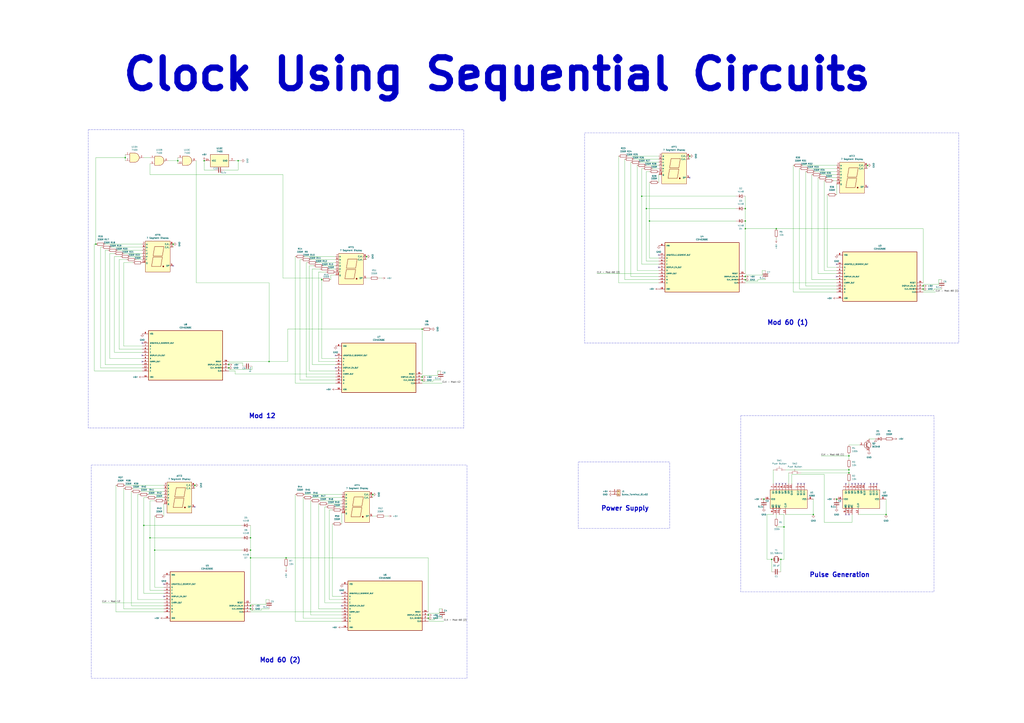
<source format=kicad_sch>
(kicad_sch (version 20250114) (generator "eeschema") (generator_version "9.0")
  (paper "A1")
  (rectangle (start 608.33 341.63) (end 767.08 486.41) (stroke (width 0) (type dash)))
  (rectangle (start 480.06 109.22) (end 787.4 281.94) (stroke (width 0) (type dash)))
  (rectangle (start 74.93 382.27) (end 383.54 557.53) (stroke (width 0) (type dash)))
  (rectangle (start 72.39 106.68) (end 381 351.79) (stroke (width 0) (type dash)))
  (rectangle (start 474.98 379.73) (end 549.91 434.34) (stroke (width 0) (type dash)))
  (text "Pulse Generation" (at 689.61 472.44 0) (effects (font (size 3.81 3.81) (thickness 0.762) (bold yes))))
  (text "Mod 60 (1)" (at 646.938 265.176 0) (effects (font (size 3.81 3.81) (thickness 0.762) (bold yes))))
  (text "Power Supply" (at 513.334 417.83 0) (effects (font (size 3.81 3.81) (thickness 0.762) (bold yes))))
  (text "Clock Using Sequential Circuits" (at 408.178 61.214 0) (effects (font (size 25.4 25.4) (thickness 5.08) (bold yes))))
  (text "Mod 60 (2)" (at 230.124 542.544 0) (effects (font (size 3.81 3.81) (thickness 0.762) (bold yes))))
  (text "Mod 12" (at 215.392 341.884 0) (effects (font (size 3.81 3.81) (thickness 0.762) (bold yes))))
  (junction (at 641.35 459.74))
  (junction (at 533.4 181.61))
  (junction (at 697.23 386.08))
  (junction (at 142.24 200.66))
  (junction (at 612.14 171.45))
  (junction (at 346.71 270.51))
  (junction (at 205.74 497.84))
  (junction (at 758.19 237.49))
  (junction (at 697.23 374.65))
  (junction (at 300.99 210.82))
  (junction (at 264.16 229.87))
  (junction (at 627.38 410.21))
  (junction (at 633.73 459.74))
  (junction (at 205.74 452.12))
  (junction (at 727.71 422.91))
  (junction (at 234.95 458.47))
  (junction (at 346.71 309.88))
  (junction (at 127 452.12))
  (junction (at 530.86 171.45))
  (junction (at 527.05 161.29))
  (junction (at 187.96 302.26))
  (junction (at 566.42 128.27))
  (junction (at 205.74 441.96))
  (junction (at 205.74 500.38))
  (junction (at 306.07 406.4))
  (junction (at 351.79 508))
  (junction (at 346.71 312.42))
  (junction (at 118.11 431.8))
  (junction (at 758.19 234.95))
  (junction (at 167.64 132.08))
  (junction (at 687.07 410.21))
  (junction (at 643.89 433.07))
  (junction (at 195.58 132.08))
  (junction (at 612.14 187.96))
  (junction (at 637.54 187.96))
  (junction (at 146.05 132.08))
  (junction (at 220.98 297.18))
  (junction (at 612.14 229.87))
  (junction (at 697.23 388.62))
  (junction (at 160.02 398.78))
  (junction (at 712.47 135.89))
  (junction (at 78.74 200.66))
  (junction (at 351.79 505.46))
  (junction (at 102.87 129.54))
  (junction (at 668.02 422.91))
  (junction (at 205.74 458.47))
  (junction (at 187.96 299.72))
  (junction (at 123.19 441.96))
  (junction (at 612.14 181.61))
  (junction (at 612.14 227.33))
  (no_connect (at 116.84 281.94))
  (no_connect (at 566.42 146.05))
  (no_connect (at 160.02 416.56))
  (no_connect (at 142.24 218.44))
  (no_connect (at 116.84 297.18))
  (no_connect (at 640.08 397.51))
  (no_connect (at 116.84 292.1))
  (no_connect (at 687.07 227.33))
  (no_connect (at 717.55 397.51))
  (no_connect (at 694.69 397.51))
  (no_connect (at 709.93 397.51))
  (no_connect (at 655.32 397.51))
  (no_connect (at 637.54 397.51))
  (no_connect (at 275.59 302.26))
  (no_connect (at 642.62 397.51))
  (no_connect (at 707.39 397.51))
  (no_connect (at 704.85 397.51))
  (no_connect (at 541.02 209.55))
  (no_connect (at 657.86 397.51))
  (no_connect (at 720.09 397.51))
  (no_connect (at 712.47 153.67))
  (no_connect (at 280.67 487.68))
  (no_connect (at 699.77 397.51))
  (no_connect (at 134.62 490.22))
  (no_connect (at 694.69 422.91))
  (no_connect (at 134.62 480.06))
  (no_connect (at 275.59 292.1))
  (no_connect (at 687.07 217.17))
  (no_connect (at 697.23 422.91))
  (no_connect (at 280.67 497.84))
  (no_connect (at 715.01 397.51))
  (no_connect (at 541.02 219.71))
  (no_connect (at 702.31 397.51))
  (no_connect (at 645.16 397.51))
  (no_connect (at 660.4 397.51))
  (wire (pts (xy 138.43 132.08) (xy 146.05 132.08)))
  (wire (pts (xy 612.14 231.14) (xy 622.3 231.14)))
  (wire (pts (xy 265.43 218.44) (xy 275.59 218.44)))
  (wire (pts (xy 629.92 459.74) (xy 629.92 422.91)))
  (wire (pts (xy 82.55 302.26) (xy 82.55 203.2)))
  (wire (pts (xy 207.01 300.99) (xy 207.01 303.53)))
  (wire (pts (xy 533.4 212.09) (xy 541.02 212.09)))
  (wire (pts (xy 518.16 227.33) (xy 518.16 133.35)))
  (wire (pts (xy 533.4 181.61) (xy 533.4 212.09)))
  (wire (pts (xy 622.3 229.87) (xy 622.3 231.14)))
  (wire (pts (xy 97.79 287.02) (xy 97.79 213.36)))
  (wire (pts (xy 679.45 160.02) (xy 679.45 219.71)))
  (wire (pts (xy 280.67 505.46) (xy 255.27 505.46)))
  (wire (pts (xy 758.19 240.03) (xy 768.35 240.03)))
  (wire (pts (xy 205.74 431.8) (xy 205.74 441.96)))
  (wire (pts (xy 641.35 459.74) (xy 641.35 469.9)))
  (wire (pts (xy 306.07 424.18) (xy 308.61 424.18)))
  (wire (pts (xy 275.59 297.18) (xy 261.62 297.18)))
  (wire (pts (xy 659.13 135.89) (xy 687.07 135.89)))
  (wire (pts (xy 115.57 403.86) (xy 134.62 403.86)))
  (wire (pts (xy 612.14 231.14) (xy 612.14 229.87)))
  (wire (pts (xy 316.23 424.18) (xy 318.77 424.18)))
  (wire (pts (xy 687.07 224.79) (xy 671.83 224.79)))
  (wire (pts (xy 101.6 500.38) (xy 101.6 401.32)))
  (wire (pts (xy 118.11 487.68) (xy 118.11 431.8)))
  (wire (pts (xy 527.05 217.17) (xy 527.05 161.29)))
  (wire (pts (xy 187.96 304.8) (xy 193.04 304.8)))
  (wire (pts (xy 205.74 495.3) (xy 205.74 458.47)))
  (wire (pts (xy 758.19 233.68) (xy 770.89 233.68)))
  (wire (pts (xy 356.87 509.27) (xy 351.79 509.27)))
  (wire (pts (xy 266.7 416.56) (xy 267.97 416.56)))
  (wire (pts (xy 643.89 459.74) (xy 641.35 459.74)))
  (wire (pts (xy 633.73 459.74) (xy 633.73 469.9)))
  (wire (pts (xy 123.19 411.48) (xy 127 411.48)))
  (wire (pts (xy 346.71 307.34) (xy 346.71 270.51)))
  (wire (pts (xy 280.67 490.22) (xy 273.05 490.22)))
  (wire (pts (xy 650.24 397.51) (xy 650.24 389.89)))
  (wire (pts (xy 187.96 297.18) (xy 220.98 297.18)))
  (wire (pts (xy 697.23 384.81) (xy 697.23 386.08)))
  (wire (pts (xy 205.74 496.57) (xy 205.74 497.84)))
  (wire (pts (xy 612.14 232.41) (xy 687.07 232.41)))
  (wire (pts (xy 530.86 171.45) (xy 604.52 171.45)))
  (wire (pts (xy 713.74 360.68) (xy 718.82 360.68)))
  (wire (pts (xy 199.39 300.99) (xy 199.39 298.45)))
  (wire (pts (xy 656.59 237.49) (xy 656.59 138.43)))
  (wire (pts (xy 635 397.51) (xy 635 386.08)))
  (wire (pts (xy 530.86 214.63) (xy 541.02 214.63)))
  (wire (pts (xy 643.89 433.07) (xy 643.89 459.74)))
  (wire (pts (xy 541.02 227.33) (xy 518.16 227.33)))
  (wire (pts (xy 134.62 492.76) (xy 113.03 492.76)))
  (wire (pts (xy 533.4 149.86) (xy 533.4 181.61)))
  (wire (pts (xy 195.58 132.08) (xy 193.04 132.08)))
  (wire (pts (xy 121.92 406.4) (xy 134.62 406.4)))
  (wire (pts (xy 95.25 502.92) (xy 95.25 398.78)))
  (wire (pts (xy 107.95 497.84) (xy 107.95 403.86)))
  (wire (pts (xy 116.84 299.72) (xy 86.36 299.72)))
  (wire (pts (xy 527.05 161.29) (xy 527.05 138.43)))
  (wire (pts (xy 664.21 138.43) (xy 687.07 138.43)))
  (wire (pts (xy 359.41 308.61) (xy 359.41 304.8)))
  (wire (pts (xy 123.19 485.14) (xy 123.19 441.96)))
  (wire (pts (xy 160.02 398.78) (xy 160.02 401.32)))
  (wire (pts (xy 251.46 215.9) (xy 252.73 215.9)))
  (wire (pts (xy 699.77 429.26) (xy 699.77 422.91)))
  (wire (pts (xy 356.87 508) (xy 356.87 509.27)))
  (wire (pts (xy 205.74 458.47) (xy 234.95 458.47)))
  (wire (pts (xy 113.03 492.76) (xy 113.03 406.4)))
  (wire (pts (xy 86.36 200.66) (xy 116.84 200.66)))
  (wire (pts (xy 346.71 313.69) (xy 346.71 312.42)))
  (wire (pts (xy 612.14 187.96) (xy 637.54 187.96)))
  (wire (pts (xy 668.02 410.21) (xy 668.02 422.91)))
  (wire (pts (xy 254 304.8) (xy 254 218.44)))
  (wire (pts (xy 520.7 130.81) (xy 541.02 130.81)))
  (wire (pts (xy 674.37 143.51) (xy 687.07 143.51)))
  (wire (pts (xy 134.62 497.84) (xy 107.95 497.84)))
  (wire (pts (xy 205.74 501.65) (xy 205.74 500.38)))
  (wire (pts (xy 246.38 213.36) (xy 247.65 213.36)))
  (wire (pts (xy 134.62 414.02) (xy 134.62 424.18)))
  (wire (pts (xy 195.58 139.7) (xy 195.58 132.08)))
  (wire (pts (xy 346.71 313.69) (xy 355.6 313.69)))
  (wire (pts (xy 697.23 374.65) (xy 697.23 377.19)))
  (wire (pts (xy 91.44 203.2) (xy 116.84 203.2)))
  (wire (pts (xy 643.89 422.91) (xy 643.89 433.07)))
  (wire (pts (xy 679.45 146.05) (xy 687.07 146.05)))
  (wire (pts (xy 311.15 228.6) (xy 313.69 228.6)))
  (wire (pts (xy 236.22 297.18) (xy 236.22 270.51)))
  (wire (pts (xy 361.95 312.42) (xy 355.6 312.42)))
  (wire (pts (xy 527.05 138.43) (xy 528.32 138.43)))
  (wire (pts (xy 270.51 419.1) (xy 273.05 419.1)))
  (wire (pts (xy 280.67 500.38) (xy 261.62 500.38)))
  (wire (pts (xy 205.74 496.57) (xy 218.44 496.57)))
  (wire (pts (xy 255.27 213.36) (xy 275.59 213.36)))
  (wire (pts (xy 116.84 302.26) (xy 82.55 302.26)))
  (wire (pts (xy 116.84 284.48) (xy 101.6 284.48)))
  (wire (pts (xy 101.6 284.48) (xy 101.6 215.9)))
  (wire (pts (xy 205.74 441.96) (xy 205.74 452.12)))
  (wire (pts (xy 704.85 422.91) (xy 727.71 422.91)))
  (wire (pts (xy 626.11 222.25) (xy 628.65 222.25)))
  (wire (pts (xy 676.91 389.89) (xy 676.91 429.26)))
  (wire (pts (xy 640.08 422.91) (xy 643.89 422.91)))
  (wire (pts (xy 697.23 365.76) (xy 706.12 365.76)))
  (wire (pts (xy 758.19 233.68) (xy 758.19 234.95)))
  (wire (pts (xy 234.95 467.36) (xy 234.95 466.09)))
  (wire (pts (xy 127 424.18) (xy 127 452.12)))
  (wire (pts (xy 530.86 135.89) (xy 541.02 135.89)))
  (wire (pts (xy 205.74 452.12) (xy 205.74 458.47)))
  (wire (pts (xy 207.01 303.53) (xy 187.96 303.53)))
  (wire (pts (xy 758.19 187.96) (xy 758.19 232.41)))
  (wire (pts (xy 161.29 232.41) (xy 220.98 232.41)))
  (wire (pts (xy 123.19 143.51) (xy 123.19 134.62)))
  (wire (pts (xy 128.27 408.94) (xy 134.62 408.94)))
  (wire (pts (xy 220.98 297.18) (xy 236.22 297.18)))
  (wire (pts (xy 671.83 146.05) (xy 671.83 224.79)))
  (wire (pts (xy 351.79 505.46) (xy 351.79 504.19)))
  (wire (pts (xy 254 218.44) (xy 257.81 218.44)))
  (wire (pts (xy 118.11 408.94) (xy 120.65 408.94)))
  (wire (pts (xy 280.67 430.53) (xy 280.67 421.64)))
  (wire (pts (xy 359.41 304.8) (xy 361.95 304.8)))
  (wire (pts (xy 651.51 240.03) (xy 651.51 135.89)))
  (wire (pts (xy 109.22 401.32) (xy 134.62 401.32)))
  (wire (pts (xy 533.4 181.61) (xy 604.52 181.61)))
  (wire (pts (xy 146.05 132.08) (xy 146.05 134.62)))
  (wire (pts (xy 261.62 223.52) (xy 267.97 223.52)))
  (wire (pts (xy 275.59 294.64) (xy 264.16 294.64)))
  (wire (pts (xy 264.16 229.87) (xy 264.16 294.64)))
  (wire (pts (xy 232.41 143.51) (xy 123.19 143.51)))
  (wire (pts (xy 77.47 304.8) (xy 77.47 200.66)))
  (wire (pts (xy 527.05 161.29) (xy 604.52 161.29)))
  (wire (pts (xy 102.87 129.54) (xy 78.74 129.54)))
  (wire (pts (xy 78.74 200.66) (xy 78.74 129.54)))
  (wire (pts (xy 530.86 214.63) (xy 530.86 171.45)))
  (wire (pts (xy 246.38 312.42) (xy 246.38 213.36)))
  (wire (pts (xy 256.54 408.94) (xy 280.67 408.94)))
  (wire (pts (xy 123.19 441.96) (xy 198.12 441.96)))
  (wire (pts (xy 300.99 228.6) (xy 303.53 228.6)))
  (wire (pts (xy 351.79 509.27) (xy 351.79 508)))
  (wire (pts (xy 106.68 210.82) (xy 116.84 210.82)))
  (wire (pts (xy 271.78 226.06) (xy 271.78 229.87)))
  (wire (pts (xy 758.19 238.76) (xy 767.08 238.76)))
  (wire (pts (xy 676.91 148.59) (xy 676.91 222.25)))
  (wire (pts (xy 637.54 433.07) (xy 643.89 433.07)))
  (wire (pts (xy 234.95 458.47) (xy 351.79 458.47)))
  (wire (pts (xy 541.02 229.87) (xy 513.08 229.87)))
  (wire (pts (xy 90.17 294.64) (xy 90.17 208.28)))
  (wire (pts (xy 97.79 213.36) (xy 104.14 213.36)))
  (wire (pts (xy 214.63 500.38) (xy 214.63 501.65)))
  (wire (pts (xy 523.24 222.25) (xy 523.24 135.89)))
  (wire (pts (xy 687.07 237.49) (xy 656.59 237.49)))
  (wire (pts (xy 275.59 299.72) (xy 256.54 299.72)))
  (wire (pts (xy 256.54 299.72) (xy 256.54 220.98)))
  (wire (pts (xy 96.52 205.74) (xy 116.84 205.74)))
  (wire (pts (xy 271.78 226.06) (xy 275.59 226.06)))
  (wire (pts (xy 687.07 240.03) (xy 651.51 240.03)))
  (wire (pts (xy 205.74 501.65) (xy 214.63 501.65)))
  (wire (pts (xy 669.29 140.97) (xy 687.07 140.97)))
  (wire (pts (xy 167.64 139.7) (xy 167.64 132.08)))
  (wire (pts (xy 280.67 510.54) (xy 242.57 510.54)))
  (wire (pts (xy 198.12 132.08) (xy 195.58 132.08)))
  (wire (pts (xy 629.92 422.91) (xy 635 422.91)))
  (wire (pts (xy 612.14 226.06) (xy 612.14 227.33)))
  (wire (pts (xy 687.07 229.87) (xy 666.75 229.87)))
  (wire (pts (xy 93.98 289.56) (xy 93.98 210.82)))
  (wire (pts (xy 118.11 431.8) (xy 118.11 408.94)))
  (wire (pts (xy 637.54 422.91) (xy 637.54 425.45)))
  (wire (pts (xy 218.44 492.76) (xy 220.98 492.76)))
  (wire (pts (xy 280.67 508) (xy 248.92 508)))
  (wire (pts (xy 637.54 195.58) (xy 637.54 196.85)))
  (wire (pts (xy 300.99 210.82) (xy 300.99 213.36)))
  (wire (pts (xy 82.55 203.2) (xy 83.82 203.2)))
  (wire (pts (xy 205.74 502.92) (xy 280.67 502.92)))
  (wire (pts (xy 118.11 129.54) (xy 123.19 129.54)))
  (wire (pts (xy 116.84 294.64) (xy 90.17 294.64)))
  (wire (pts (xy 773.43 237.49) (xy 767.08 237.49)))
  (wire (pts (xy 612.14 161.29) (xy 612.14 171.45)))
  (wire (pts (xy 273.05 430.53) (xy 273.05 490.22)))
  (wire (pts (xy 275.59 314.96) (xy 242.57 314.96)))
  (wire (pts (xy 647.7 397.51) (xy 647.7 388.62)))
  (wire (pts (xy 90.17 208.28) (xy 93.98 208.28)))
  (wire (pts (xy 687.07 219.71) (xy 679.45 219.71)))
  (wire (pts (xy 187.96 298.45) (xy 187.96 299.72)))
  (wire (pts (xy 255.27 505.46) (xy 255.27 411.48)))
  (wire (pts (xy 232.41 228.6) (xy 264.16 228.6)))
  (wire (pts (xy 612.14 181.61) (xy 612.14 187.96)))
  (wire (pts (xy 527.05 217.17) (xy 541.02 217.17)))
  (wire (pts (xy 697.23 386.08) (xy 697.23 388.62)))
  (wire (pts (xy 628.65 229.87) (xy 622.3 229.87)))
  (wire (pts (xy 101.6 208.28) (xy 116.84 208.28)))
  (wire (pts (xy 637.54 187.96) (xy 758.19 187.96)))
  (wire (pts (xy 113.03 406.4) (xy 114.3 406.4)))
  (wire (pts (xy 134.62 485.14) (xy 123.19 485.14)))
  (wire (pts (xy 666.75 229.87) (xy 666.75 143.51)))
  (wire (pts (xy 77.47 200.66) (xy 78.74 200.66)))
  (wire (pts (xy 541.02 232.41) (xy 508 232.41)))
  (wire (pts (xy 134.62 500.38) (xy 101.6 500.38)))
  (wire (pts (xy 280.67 495.3) (xy 266.7 495.3)))
  (wire (pts (xy 250.19 210.82) (xy 275.59 210.82)))
  (wire (pts (xy 676.91 429.26) (xy 699.77 429.26)))
  (wire (pts (xy 134.62 502.92) (xy 95.25 502.92)))
  (wire (pts (xy 280.67 492.76) (xy 270.51 492.76)))
  (wire (pts (xy 535.94 138.43) (xy 541.02 138.43)))
  (wire (pts (xy 256.54 220.98) (xy 262.89 220.98)))
  (wire (pts (xy 612.14 226.06) (xy 626.11 226.06)))
  (wire (pts (xy 116.84 287.02) (xy 97.79 287.02)))
  (wire (pts (xy 264.16 229.87) (xy 264.16 228.6)))
  (wire (pts (xy 187.96 303.53) (xy 187.96 302.26)))
  (wire (pts (xy 242.57 314.96) (xy 242.57 210.82)))
  (wire (pts (xy 270.51 419.1) (xy 270.51 492.76)))
  (wire (pts (xy 102.87 127) (xy 102.87 129.54)))
  (wire (pts (xy 530.86 140.97) (xy 533.4 140.97)))
  (wire (pts (xy 193.04 304.8) (xy 193.04 307.34)))
  (wire (pts (xy 248.92 508) (xy 248.92 408.94)))
  (wire (pts (xy 116.84 289.56) (xy 93.98 289.56)))
  (wire (pts (xy 184.15 139.7) (xy 195.58 139.7)))
  (wire (pts (xy 116.84 304.8) (xy 77.47 304.8)))
  (wire (pts (xy 275.59 312.42) (xy 246.38 312.42)))
  (wire (pts (xy 127 482.6) (xy 134.62 482.6)))
  (wire (pts (xy 242.57 510.54) (xy 242.57 406.4)))
  (wire (pts (xy 687.07 160.02) (xy 687.07 151.13)))
  (wire (pts (xy 541.02 222.25) (xy 523.24 222.25)))
  (wire (pts (xy 261.62 500.38) (xy 261.62 414.02)))
  (wire (pts (xy 193.04 307.34) (xy 275.59 307.34)))
  (wire (pts (xy 102.87 129.54) (xy 102.87 132.08)))
  (wire (pts (xy 513.08 229.87) (xy 513.08 130.81)))
  (wire (pts (xy 712.47 135.89) (xy 712.47 138.43)))
  (wire (pts (xy 612.14 171.45) (xy 612.14 181.61)))
  (wire (pts (xy 633.73 459.74) (xy 629.92 459.74)))
  (wire (pts (xy 275.59 309.88) (xy 251.46 309.88)))
  (wire (pts (xy 262.89 411.48) (xy 280.67 411.48)))
  (wire (pts (xy 645.16 386.08) (xy 697.23 386.08)))
  (wire (pts (xy 250.19 406.4) (xy 280.67 406.4)))
  (wire (pts (xy 697.23 373.38) (xy 697.23 374.65)))
  (wire (pts (xy 351.79 458.47) (xy 351.79 502.92)))
  (wire (pts (xy 612.14 224.79) (xy 612.14 187.96)))
  (wire (pts (xy 269.24 414.02) (xy 280.67 414.02)))
  (wire (pts (xy 657.86 388.62) (xy 697.23 388.62)))
  (wire (pts (xy 360.68 504.19) (xy 360.68 500.38)))
  (wire (pts (xy 770.89 233.68) (xy 770.89 229.87)))
  (wire (pts (xy 176.53 139.7) (xy 167.64 139.7)))
  (wire (pts (xy 220.98 500.38) (xy 214.63 500.38)))
  (wire (pts (xy 346.71 314.96) (xy 363.22 314.96)))
  (wire (pts (xy 767.08 237.49) (xy 767.08 238.76)))
  (wire (pts (xy 490.22 224.79) (xy 541.02 224.79)))
  (wire (pts (xy 127 452.12) (xy 127 482.6)))
  (wire (pts (xy 626.11 226.06) (xy 626.11 222.25)))
  (wire (pts (xy 306.07 406.4) (xy 306.07 408.94)))
  (wire (pts (xy 270.51 220.98) (xy 275.59 220.98)))
  (wire (pts (xy 363.22 508) (xy 356.87 508)))
  (wire (pts (xy 525.78 133.35) (xy 541.02 133.35)))
  (wire (pts (xy 770.89 229.87) (xy 773.43 229.87)))
  (wire (pts (xy 508 232.41) (xy 508 128.27)))
  (wire (pts (xy 123.19 441.96) (xy 123.19 411.48)))
  (wire (pts (xy 530.86 171.45) (xy 530.86 140.97)))
  (wire (pts (xy 355.6 312.42) (xy 355.6 313.69)))
  (wire (pts (xy 697.23 396.24) (xy 697.23 397.51)))
  (wire (pts (xy 220.98 232.41) (xy 220.98 297.18)))
  (wire (pts (xy 351.79 510.54) (xy 364.49 510.54)))
  (wire (pts (xy 161.29 132.08) (xy 161.29 232.41)))
  (wire (pts (xy 86.36 299.72) (xy 86.36 205.74)))
  (wire (pts (xy 102.87 398.78) (xy 134.62 398.78)))
  (wire (pts (xy 83.82 495.3) (xy 134.62 495.3)))
  (wire (pts (xy 346.71 308.61) (xy 346.71 309.88)))
  (wire (pts (xy 515.62 128.27) (xy 541.02 128.27)))
  (wire (pts (xy 684.53 148.59) (xy 687.07 148.59)))
  (wire (pts (xy 351.79 504.19) (xy 360.68 504.19)))
  (wire (pts (xy 645.16 422.91) (xy 668.02 422.91)))
  (wire (pts (xy 232.41 228.6) (xy 232.41 143.51)))
  (wire (pts (xy 275.59 304.8) (xy 254 304.8)))
  (wire (pts (xy 218.44 496.57) (xy 218.44 492.76)))
  (wire (pts (xy 346.71 308.61) (xy 359.41 308.61)))
  (wire (pts (xy 111.76 213.36) (xy 116.84 213.36)))
  (wire (pts (xy 118.11 431.8) (xy 198.12 431.8)))
  (wire (pts (xy 275.59 416.56) (xy 280.67 416.56)))
  (wire (pts (xy 541.02 149.86) (xy 541.02 143.51)))
  (wire (pts (xy 127 452.12) (xy 198.12 452.12)))
  (wire (pts (xy 261.62 297.18) (xy 261.62 223.52)))
  (wire (pts (xy 101.6 215.9) (xy 109.22 215.9)))
  (wire (pts (xy 758.19 238.76) (xy 758.19 237.49)))
  (wire (pts (xy 687.07 234.95) (xy 661.67 234.95)))
  (wire (pts (xy 134.62 487.68) (xy 118.11 487.68)))
  (wire (pts (xy 251.46 309.88) (xy 251.46 215.9)))
  (wire (pts (xy 86.36 205.74) (xy 88.9 205.74)))
  (wire (pts (xy 142.24 200.66) (xy 142.24 203.2)))
  (wire (pts (xy 566.42 128.27) (xy 566.42 130.81)))
  (wire (pts (xy 674.37 374.65) (xy 697.23 374.65)))
  (wire (pts (xy 661.67 234.95) (xy 661.67 140.97)))
  (wire (pts (xy 260.35 215.9) (xy 275.59 215.9)))
  (wire (pts (xy 199.39 298.45) (xy 187.96 298.45)))
  (wire (pts (xy 266.7 416.56) (xy 266.7 495.3)))
  (wire (pts (xy 236.22 270.51) (xy 346.71 270.51)))
  (wire (pts (xy 146.05 129.54) (xy 146.05 132.08)))
  (wire (pts (xy 650.24 389.89) (xy 676.91 389.89)))
  (wire (pts (xy 687.07 222.25) (xy 676.91 222.25)))
  (wire (pts (xy 93.98 210.82) (xy 99.06 210.82)))
  (wire (pts (xy 727.71 410.21) (xy 727.71 422.91)))
  (wire (pts (xy 360.68 500.38) (xy 363.22 500.38)))
  (label "CLK - Mod-60 (2)" (at 490.22 224.79 0))
  (label "CLK - Mod-60 (1)" (at 768.35 240.03 0))
  (label "CLK - Mod-12" (at 363.22 314.96 0))
  (label "CLK - Mod-60 (1)" (at 674.37 374.65 0))
  (label "CLK - Mod-12" (at 83.82 495.3 0))
  (label "CLK - Mod-60 (2)" (at 364.49 510.54 0))
  (symbol (lib_id "power:+6V") (at 637.54 196.85 180) (unit 1)
    (property "Reference" "#PWR017" (effects (hide yes)))
    (property "Value" "+6V" (at 637.5399 200.66 90) (effects (justify left)))
    (property "Description" "Power symbol creates a global label with name \"+6V\"" (effects (hide yes)))
  )
  (symbol (lib_id "Device:Crystal") (at 637.54 459.74 0) (unit 1)
    (property "Reference" "Y1" (at 637.54 452.12 0))
    (property "Value" "32.768kHz" (at 637.54 454.66 0))
    (property "Footprint" "Crystal:Crystal_DS10_D1.0mm_L4.3mm_Vertical" (effects (hide yes)))
    (property "Description" "Two pin crystal" (effects (hide yes)))
  )
  (symbol (lib_id "Device:R") (at 105.41 401.32 90) (unit 1)
    (property "Reference" "R38" (at 105.41 394.97 90))
    (property "Value" "330R" (at 105.41 397.51 90))
    (property "Footprint" "Resistor_SMD:R_0805_2012Metric" (effects (hide yes)))
    (property "Description" "Resistor" (effects (hide yes)))
  )
  (symbol (lib_id "Device:R") (at 276.86 419.1 90) (unit 1)
    (property "Reference" "R49" (at 276.86 412.75 90))
    (property "Value" "330R" (at 276.86 415.29 90))
    (property "Footprint" "Resistor_SMD:R_0805_2012Metric" (effects (hide yes)))
    (property "Description" "Resistor" (effects (hide yes)))
  )
  (symbol (lib_id "CD4026BE:CD4026BE") (at 311.15 302.26 180) (unit 1)
    (property "Reference" "U7" (at 311.15 276.86 0))
    (property "Value" "CD4026BE" (at 311.15 279.4 0))
    (property "Footprint" "Package_DIP:DIP-16_W7.62mm" (effects (hide yes)))
    (property "MF" "Texas Instruments" (effects (hide yes)))
    (property "Description_1" "CMOS Decade Counter/Divider with Decoded 7-Segment Display Outputs and Display Enable" (effects (hide yes)))
    (property "Package" "PDIP-16 Texas Instruments" (effects (hide yes)))
    (property "Price" "None" (effects (hide yes)))
    (property "SnapEDA_Link" "https://www.snapeda.com/parts/CD4026BE/Texas+Instruments/view-part/?ref=snap" (effects (hide yes)))
    (property "MP" "CD4026BE" (effects (hide yes)))
    (property "Availability" "In Stock" (effects (hide yes)))
    (property "Check_prices" "https://www.snapeda.com/parts/CD4026BE/Texas+Instruments/view-part/?ref=eda" (effects (hide yes)))
  )
  (symbol (lib_id "power:GND") (at 275.59 284.48 0) (unit 1)
    (property "Reference" "#PWR029" (effects (hide yes)))
    (property "Value" "GND" (at 275.59 289.56 0))
    (property "Description" "Power symbol creates a global label with name \"GND\" , ground" (effects (hide yes)))
  )
  (symbol (lib_id "power:GND") (at 668.02 422.91 0) (unit 1)
    (property "Reference" "#PWR03" (effects (hide yes)))
    (property "Value" "GND" (at 668.02 427.99 0))
    (property "Description" "Power symbol creates a global label with name \"GND\" , ground" (effects (hide yes)))
  )
  (symbol (lib_id "Device:C") (at 637.54 469.9 90) (unit 1)
    (property "Reference" "C1" (at 637.54 473.71 90))
    (property "Value" "30 pF" (at 637.54 464.82 90))
    (property "Footprint" "Capacitor_SMD:C_0805_2012Metric" (effects (hide yes)))
    (property "Description" "Unpolarized capacitor" (effects (hide yes)))
  )
  (symbol (lib_id "Device:C") (at 180.34 139.7 90) (unit 1)
    (property "Reference" "C10" (at 179.07 138.43 90) (effects (justify left)))
    (property "Value" "0.1u" (at 185.928 141.732 90) (effects (justify left)))
    (property "Footprint" "Capacitor_SMD:C_0805_2012Metric_Pad1.18x1.45mm_HandSolder" (effects (hide yes)))
    (property "Description" "Unpolarized capacitor" (effects (hide yes)))
  )
  (symbol (lib_id "power:GND") (at 713.74 370.84 0) (unit 1)
    (property "Reference" "#PWR05" (effects (hide yes)))
    (property "Value" "GND" (at 713.74 375.92 0))
    (property "Description" "Power symbol creates a global label with name \"GND\" , ground" (effects (hide yes)))
  )
  (symbol (lib_id "power:GND") (at 346.71 312.42 90) (unit 1)
    (property "Reference" "#PWR034" (effects (hide yes)))
    (property "Value" "GND" (at 350.52 312.4199 90) (effects (justify right)))
    (property "Description" "Power symbol creates a global label with name \"GND\" , ground" (effects (hide yes)))
  )
  (symbol (lib_id "Device:R") (at 312.42 424.18 90) (unit 1)
    (property "Reference" "R52" (at 312.42 417.83 90))
    (property "Value" "330R" (at 312.42 420.37 90))
    (property "Footprint" "Resistor_SMD:R_0805_2012Metric" (effects (hide yes)))
    (property "Description" "Resistor" (effects (hide yes)))
  )
  (symbol (lib_id "Device:C") (at 773.43 233.68 0) (unit 1)
    (property "Reference" "C6" (at 774.7 231.394 0) (effects (justify left)))
    (property "Value" "0.1u" (at 768.604 235.966 0) (effects (justify left)))
    (property "Footprint" "Capacitor_SMD:C_0805_2012Metric_Pad1.18x1.45mm_HandSolder" (effects (hide yes)))
    (property "Description" "Unpolarized capacitor" (effects (hide yes)))
  )
  (symbol (lib_id "4xxx:4060") (at 647.7 410.21 90) (unit 1)
    (property "Reference" "U1" (at 666.75 404.7646 90))
    (property "Value" "4060" (at 666.75 407.3046 90))
    (property "Footprint" "Package_SO:SOIC-16_3.9x9.9mm_P1.27mm" (effects (hide yes)))
    (property "Datasheet" "https://www.st.com/resource/en/datasheet/m74hc4060.pdf" (effects (hide yes)))
    (property "Description" "Binary counter (14-stages) and oscillator" (effects (hide yes)))
  )
  (symbol (lib_id "power:GND") (at 205.74 500.38 90) (unit 1)
    (property "Reference" "#PWR023" (effects (hide yes)))
    (property "Value" "GND" (at 209.55 500.3799 90) (effects (justify right)))
    (property "Description" "Power symbol creates a global label with name \"GND\" , ground" (effects (hide yes)))
  )
  (symbol (lib_id "Device:R") (at 256.54 215.9 90) (unit 1)
    (property "Reference" "R10" (at 256.54 209.55 90))
    (property "Value" "330R" (at 256.54 212.09 90))
    (property "Footprint" "Resistor_SMD:R_0805_2012Metric" (effects (hide yes)))
    (property "Description" "Resistor" (effects (hide yes)))
  )
  (symbol (lib_id "Display_Character:LTS-6980HR") (at 293.37 416.56 0) (unit 1)
    (property "Reference" "AFF4" (at 293.37 398.78 0))
    (property "Value" "7 Segment Display" (at 293.37 401.32 0))
    (property "Footprint" "Display_7Segment:7SegmentLED_LTS6760_LTS6780" (effects (hide yes)))
    (property "Datasheet" "http://datasheet.octopart.com/LTS-6960HR-Lite-On-datasheet-11803242.pdf" (effects (hide yes)))
    (property "Description" "DISPLAY 7 SEGMENTS common K, high efficient red" (effects (hide yes)))
  )
  (symbol (lib_id "Device:R") (at 97.79 208.28 90) (unit 1)
    (property "Reference" "R19" (at 97.79 201.93 90))
    (property "Value" "330R" (at 97.79 204.47 90))
    (property "Footprint" "Resistor_SMD:R_0805_2012Metric" (effects (hide yes)))
    (property "Description" "Resistor" (effects (hide yes)))
  )
  (symbol (lib_id "Device:R") (at 637.54 191.77 180) (unit 1)
    (property "Reference" "R6" (at 640.08 190.4999 0) (effects (justify right)))
    (property "Value" "10k" (at 640.08 193.0399 0) (effects (justify right)))
    (property "Footprint" "Resistor_SMD:R_0805_2012Metric" (effects (hide yes)))
    (property "Description" "Resistor" (effects (hide yes)))
  )
  (symbol (lib_id "Device:R") (at 267.97 229.87 270) (unit 1)
    (property "Reference" "R15" (at 267.97 225.806 90))
    (property "Value" "330R" (at 267.97 227.584 90))
    (property "Footprint" "Resistor_SMD:R_0805_2012Metric" (effects (hide yes)))
    (property "Description" "Resistor" (effects (hide yes)))
  )
  (symbol (lib_id "Device:R") (at 655.32 135.89 90) (unit 1)
    (property "Reference" "R30" (at 655.32 129.54 90))
    (property "Value" "330R" (at 655.32 132.08 90))
    (property "Footprint" "Resistor_SMD:R_0805_2012Metric" (effects (hide yes)))
    (property "Description" "Resistor" (effects (hide yes)))
  )
  (symbol (lib_id "Connector:Screw_Terminal_01x02") (at 508 403.86 0) (unit 1)
    (property "Reference" "J1" (at 510.54 403.8599 0) (effects (justify left)))
    (property "Value" "Screw_Terminal_01x02" (at 510.54 406.3999 0) (effects (justify left)))
    (property "Footprint" "TerminalBlock_Phoenix:TerminalBlock_Phoenix_PT-1,5-2-5.0-H_1x02_P5.00mm_Horizontal" (effects (hide yes)))
    (property "Description" "Generic screw terminal, single row, 01x02, script generated (kicad-library-utils/schlib/autogen/connector/)" (effects (hide yes)))
  )
  (symbol (lib_id "Device:LED") (at 722.63 360.68 0) (unit 1)
    (property "Reference" "D1" (at 721.0425 354.33 0))
    (property "Value" "LED" (at 721.0425 356.87 0))
    (property "Footprint" "LED_SMD:LED_0805_2012Metric" (effects (hide yes)))
    (property "Description" "Light emitting diode" (effects (hide yes)))
    (property "Sim.Pins" "1=K 2=A" (effects (hide yes)))
  )
  (symbol (lib_id "power:GND") (at 351.79 508 90) (unit 1)
    (property "Reference" "#PWR028" (effects (hide yes)))
    (property "Value" "GND" (at 355.6 507.9999 90) (effects (justify right)))
    (property "Description" "Power symbol creates a global label with name \"GND\" , ground" (effects (hide yes)))
  )
  (symbol (lib_id "Device:C") (at 628.65 226.06 0) (unit 1)
    (property "Reference" "C7" (at 629.92 223.774 0) (effects (justify left)))
    (property "Value" "0.1u" (at 623.824 228.346 0) (effects (justify left)))
    (property "Footprint" "Capacitor_SMD:C_0805_2012Metric_Pad1.18x1.45mm_HandSolder" (effects (hide yes)))
    (property "Description" "Unpolarized capacitor" (effects (hide yes)))
  )
  (symbol (lib_id "Device:R") (at 697.23 381 0) (unit 1)
    (property "Reference" "R3" (at 699.77 379.7299 0) (effects (justify left)))
    (property "Value" "10k" (at 699.77 382.2699 0) (effects (justify left)))
    (property "Footprint" "Resistor_SMD:R_0805_2012Metric" (effects (hide yes)))
    (property "Description" "Resistor" (effects (hide yes)))
  )
  (symbol (lib_id "Device:R") (at 521.97 133.35 90) (unit 1)
    (property "Reference" "R25" (at 521.97 127 90))
    (property "Value" "330R" (at 521.97 129.54 90))
    (property "Footprint" "Resistor_SMD:R_0805_2012Metric" (effects (hide yes)))
    (property "Description" "Resistor" (effects (hide yes)))
  )
  (symbol (lib_id "Device:R") (at 251.46 213.36 90) (unit 1)
    (property "Reference" "R9" (at 251.46 207.01 90))
    (property "Value" "330R" (at 251.46 209.55 90))
    (property "Footprint" "Resistor_SMD:R_0805_2012Metric" (effects (hide yes)))
    (property "Description" "Resistor" (effects (hide yes)))
  )
  (symbol (lib_id "Device:R") (at 637.54 429.26 180) (unit 1)
    (property "Reference" "R1" (at 639.826 429.26 0) (effects (justify right)))
    (property "Value" "330k" (at 635.762 434.848 0) (effects (justify right)))
    (property "Footprint" "Resistor_SMD:R_0805_2012Metric" (effects (hide yes)))
    (property "Description" "Resistor" (effects (hide yes)))
  )
  (symbol (lib_id "Device:R") (at 697.23 369.57 0) (unit 1)
    (property "Reference" "R4" (at 699.77 368.2999 0) (effects (justify left)))
    (property "Value" "100k" (at 699.77 370.8399 0) (effects (justify left)))
    (property "Footprint" "Resistor_SMD:R_0805_2012Metric" (effects (hide yes)))
    (property "Description" "Resistor" (effects (hide yes)))
  )
  (symbol (lib_id "Device:C") (at 687.07 414.02 0) (unit 1)
    (property "Reference" "C2" (at 688.34 411.734 0) (effects (justify left)))
    (property "Value" "0.1u" (at 682.244 416.306 0) (effects (justify left)))
    (property "Footprint" "Capacitor_SMD:C_0805_2012Metric_Pad1.18x1.45mm_HandSolder" (effects (hide yes)))
    (property "Description" "Unpolarized capacitor" (effects (hide yes)))
  )
  (symbol (lib_id "Device:R") (at 680.72 148.59 90) (unit 1)
    (property "Reference" "R35" (at 680.72 142.24 90))
    (property "Value" "330R" (at 680.72 144.78 90))
    (property "Footprint" "Resistor_SMD:R_0805_2012Metric" (effects (hide yes)))
    (property "Description" "Resistor" (effects (hide yes)))
  )
  (symbol (lib_id "power:GND") (at 116.84 274.32 0) (unit 1)
    (property "Reference" "#PWR035" (effects (hide yes)))
    (property "Value" "GND" (at 116.84 279.4 0))
    (property "Description" "Power symbol creates a global label with name \"GND\" , ground" (effects (hide yes)))
  )
  (symbol (lib_id "Device:C") (at 361.95 308.61 0) (unit 1)
    (property "Reference" "C8" (at 363.22 306.324 0) (effects (justify left)))
    (property "Value" "0.1u" (at 357.124 310.896 0) (effects (justify left)))
    (property "Footprint" "Capacitor_SMD:C_0805_2012Metric_Pad1.18x1.45mm_HandSolder" (effects (hide yes)))
    (property "Description" "Unpolarized capacitor" (effects (hide yes)))
  )
  (symbol (lib_id "power:GND") (at 727.71 422.91 0) (unit 1)
    (property "Reference" "#PWR04" (effects (hide yes)))
    (property "Value" "GND" (at 727.71 427.99 0))
    (property "Description" "Power symbol creates a global label with name \"GND\" , ground" (effects (hide yes)))
  )
  (symbol (lib_id "Device:D_Zener") (at 201.93 452.12 0) (unit 1)
    (property "Reference" "D7" (at 201.93 458.47 0))
    (property "Value" "4148" (at 201.93 455.93 0))
    (property "Footprint" "Diode_THT:D_DO-35_SOD27_P7.62mm_Horizontal" (effects (hide yes)))
    (property "Description" "Zener diode" (effects (hide yes)))
  )
  (symbol (lib_id "power:+6V") (at 275.59 320.04 90) (unit 1)
    (property "Reference" "#PWR030" (effects (hide yes)))
    (property "Value" "+6V" (at 271.78 320.0399 90) (effects (justify left)))
    (property "Description" "Power symbol creates a global label with name \"+6V\"" (effects (hide yes)))
  )
  (symbol (lib_id "Device:C") (at 203.2 300.99 90) (unit 1)
    (property "Reference" "C9" (at 201.676 302.768 90) (effects (justify left)))
    (property "Value" "0.1u" (at 205.486 305.816 0) (effects (justify left)))
    (property "Footprint" "Capacitor_SMD:C_0805_2012Metric_Pad1.18x1.45mm_HandSolder" (effects (hide yes)))
    (property "Description" "Unpolarized capacitor" (effects (hide yes)))
  )
  (symbol (lib_id "power:GND") (at 502.92 406.4 270) (unit 1)
    (property "Reference" "#PWR043" (effects (hide yes)))
    (property "Value" "GND" (at 499.11 406.3999 90) (effects (justify right)))
    (property "Description" "Power symbol creates a global label with name \"GND\" , ground" (effects (hide yes)))
  )
  (symbol (lib_id "power:+6V") (at 541.02 237.49 90) (unit 1)
    (property "Reference" "#PWR09" (effects (hide yes)))
    (property "Value" "+6V" (at 537.21 237.4899 90) (effects (justify left)))
    (property "Description" "Power symbol creates a global label with name \"+6V\"" (effects (hide yes)))
  )
  (symbol (lib_id "power:GND") (at 187.96 302.26 90) (unit 1)
    (property "Reference" "#PWR040" (effects (hide yes)))
    (property "Value" "GND" (at 191.77 302.2599 90) (effects (justify right)))
    (property "Description" "Power symbol creates a global label with name \"GND\" , ground" (effects (hide yes)))
  )
  (symbol (lib_id "power:GND") (at 134.62 472.44 0) (unit 1)
    (property "Reference" "#PWR018" (effects (hide yes)))
    (property "Value" "GND" (at 134.62 477.52 0))
    (property "Description" "Power symbol creates a global label with name \"GND\" , ground" (effects (hide yes)))
  )
  (symbol (lib_id "power:GND") (at 160.02 398.78 90) (unit 1)
    (property "Reference" "#PWR020" (effects (hide yes)))
    (property "Value" "GND" (at 165.1 398.78 0))
    (property "Description" "Power symbol creates a global label with name \"GND\" , ground" (effects (hide yes)))
  )
  (symbol (lib_id "Device:D_Zener") (at 201.93 431.8 0) (unit 1)
    (property "Reference" "D5" (at 201.93 425.45 0))
    (property "Value" "4148" (at 201.93 427.99 0))
    (property "Footprint" "Diode_THT:D_DO-35_SOD27_P7.62mm_Horizontal" (effects (hide yes)))
    (property "Description" "Zener diode" (effects (hide yes)))
  )
  (symbol (lib_id "74xx:7400") (at 153.67 132.08 0) (unit 3)
    (property "Reference" "U10" (at 153.6617 123.19 0))
    (property "Value" "7400" (at 153.6617 125.73 0))
    (property "Footprint" "Package_DIP:DIP-14_W10.16mm" (effects (hide yes)))
    (property "Datasheet" "http://www.ti.com/lit/gpn/sn7400" (effects (hide yes)))
    (property "Description" "quad 2-input NAND gate" (effects (hide yes)))
  )
  (symbol (lib_id "Device:R") (at 532.13 138.43 90) (unit 1)
    (property "Reference" "R27" (at 532.13 132.08 90))
    (property "Value" "330R" (at 532.13 134.62 90))
    (property "Footprint" "Resistor_SMD:R_0805_2012Metric" (effects (hide yes)))
    (property "Description" "Resistor" (effects (hide yes)))
  )
  (symbol (lib_id "Device:R") (at 527.05 135.89 90) (unit 1)
    (property "Reference" "R26" (at 527.05 129.54 90))
    (property "Value" "330R" (at 527.05 132.08 90))
    (property "Footprint" "Resistor_SMD:R_0805_2012Metric" (effects (hide yes)))
    (property "Description" "Resistor" (effects (hide yes)))
  )
  (symbol (lib_id "power:+6V") (at 687.07 410.21 90) (unit 1)
    (property "Reference" "#PWR02" (effects (hide yes)))
    (property "Value" "+6V" (at 683.26 410.2099 90) (effects (justify left)))
    (property "Description" "Power symbol creates a global label with name \"+6V\"" (effects (hide yes)))
  )
  (symbol (lib_id "Transistor_BJT:BC548") (at 711.2 365.76 0) (unit 1)
    (property "Reference" "Q2" (at 716.28 364.4899 0) (effects (justify left)))
    (property "Value" "BC548" (at 716.28 367.0299 0) (effects (justify left)))
    (property "Footprint" "Package_TO_SOT_THT:TO-92_Inline" (effects (hide yes)))
    (property "Datasheet" "https://www.onsemi.com/pub/Collateral/BC550-D.pdf" (effects (hide yes)))
    (property "Description" "0.1A Ic, 30V Vce, Small Signal NPN Transistor, TO-92" (effects (hide yes)))
  )
  (symbol (lib_id "Device:R") (at 271.78 416.56 90) (unit 1)
    (property "Reference" "R48" (at 271.78 410.21 90))
    (property "Value" "330R" (at 271.78 412.75 90))
    (property "Footprint" "Resistor_SMD:R_0805_2012Metric" (effects (hide yes)))
    (property "Description" "Resistor" (effects (hide yes)))
  )
  (symbol (lib_id "Device:R") (at 87.63 203.2 90) (unit 1)
    (property "Reference" "R17" (at 87.63 196.85 90))
    (property "Value" "330R" (at 87.63 199.39 90))
    (property "Footprint" "Resistor_SMD:R_0805_2012Metric" (effects (hide yes)))
    (property "Description" "Resistor" (effects (hide yes)))
  )
  (symbol (lib_id "Display_Character:LTS-6980HR") (at 288.29 220.98 0) (unit 1)
    (property "Reference" "AFF5" (at 288.29 203.2 0))
    (property "Value" "7 Segment Display" (at 288.29 205.74 0))
    (property "Footprint" "Display_7Segment:7SegmentLED_LTS6760_LTS6780" (effects (hide yes)))
    (property "Datasheet" "http://datasheet.octopart.com/LTS-6960HR-Lite-On-datasheet-11803242.pdf" (effects (hide yes)))
    (property "Description" "DISPLAY 7 SEGMENTS common K, high efficient red" (effects (hide yes)))
  )
  (symbol (lib_id "Device:R") (at 234.95 462.28 180) (unit 1)
    (property "Reference" "R7" (at 237.49 461.0099 0) (effects (justify right)))
    (property "Value" "10k" (at 237.49 463.5499 0) (effects (justify right)))
    (property "Footprint" "Resistor_SMD:R_0805_2012Metric" (effects (hide yes)))
    (property "Description" "Resistor" (effects (hide yes)))
  )
  (symbol (lib_id "Device:R") (at 246.38 210.82 270) (unit 1)
    (property "Reference" "R14" (at 246.38 204.47 90))
    (property "Value" "330R" (at 246.38 207.01 90))
    (property "Footprint" "Resistor_SMD:R_0805_2012Metric" (effects (hide yes)))
    (property "Description" "Resistor" (effects (hide yes)))
  )
  (symbol (lib_id "power:+6V") (at 116.84 309.88 90) (unit 1)
    (property "Reference" "#PWR036" (effects (hide yes)))
    (property "Value" "+6V" (at 113.03 309.8799 90) (effects (justify left)))
    (property "Description" "Power symbol creates a global label with name \"+6V\"" (effects (hide yes)))
  )
  (symbol (lib_id "Device:R") (at 265.43 414.02 90) (unit 1)
    (property "Reference" "R47" (at 265.43 407.67 90))
    (property "Value" "330R" (at 265.43 410.21 90))
    (property "Footprint" "Resistor_SMD:R_0805_2012Metric" (effects (hide yes)))
    (property "Description" "Resistor" (effects (hide yes)))
  )
  (symbol (lib_id "power:+6V") (at 187.96 299.72 270) (unit 1)
    (property "Reference" "#PWR039" (effects (hide yes)))
    (property "Value" "+6V" (at 191.77 299.7199 90) (effects (justify left)))
    (property "Description" "Power symbol creates a global label with name \"+6V\"" (effects (hide yes)))
  )
  (symbol (lib_id "power:+6V") (at 167.64 132.08 0) (unit 1)
    (property "Reference" "#PWR041" (effects (hide yes)))
    (property "Value" "+6V" (at 167.64 127 0))
    (property "Description" "Power symbol creates a global label with name \"+6V\"" (effects (hide yes)))
  )
  (symbol (lib_id "power:GND") (at 198.12 132.08 90) (unit 1)
    (property "Reference" "#PWR038" (effects (hide yes)))
    (property "Value" "GND" (at 203.2 132.08 0))
    (property "Description" "Power symbol creates a global label with name \"GND\" , ground" (effects (hide yes)))
  )
  (symbol (lib_id "Device:D_Zener") (at 608.33 161.29 0) (unit 1)
    (property "Reference" "D2" (at 608.33 154.94 0))
    (property "Value" "4148" (at 608.33 157.48 0))
    (property "Footprint" "Diode_THT:D_DO-35_SOD27_P7.62mm_Horizontal" (effects (hide yes)))
    (property "Description" "Zener diode" (effects (hide yes)))
  )
  (symbol (lib_id "Device:R") (at 670.56 143.51 90) (unit 1)
    (property "Reference" "R33" (at 670.56 137.16 90))
    (property "Value" "330R" (at 670.56 139.7 90))
    (property "Footprint" "Resistor_SMD:R_0805_2012Metric" (effects (hide yes)))
    (property "Description" "Resistor" (effects (hide yes)))
  )
  (symbol (lib_id "Device:R") (at 82.55 200.66 90) (unit 1)
    (property "Reference" "R16" (at 82.55 194.31 90))
    (property "Value" "330R" (at 82.55 196.85 90))
    (property "Footprint" "Resistor_SMD:R_0805_2012Metric" (effects (hide yes)))
    (property "Description" "Resistor" (effects (hide yes)))
  )
  (symbol (lib_id "Device:R") (at 271.78 223.52 90) (unit 1)
    (property "Reference" "R13" (at 271.78 217.17 90))
    (property "Value" "330R" (at 271.78 219.71 90))
    (property "Footprint" "Resistor_SMD:R_0805_2012Metric" (effects (hide yes)))
    (property "Description" "Resistor" (effects (hide yes)))
  )
  (symbol (lib_id "CD4026BE:CD4026BE") (at 722.63 227.33 180) (unit 1)
    (property "Reference" "U3" (at 722.63 201.93 0))
    (property "Value" "CD4026BE" (at 722.63 204.47 0))
    (property "Footprint" "Package_DIP:DIP-16_W7.62mm" (effects (hide yes)))
    (property "MF" "Texas Instruments" (effects (hide yes)))
    (property "Description_1" "CMOS Decade Counter/Divider with Decoded 7-Segment Display Outputs and Display Enable" (effects (hide yes)))
    (property "Package" "PDIP-16 Texas Instruments" (effects (hide yes)))
    (property "Price" "None" (effects (hide yes)))
    (property "SnapEDA_Link" "https://www.snapeda.com/parts/CD4026BE/Texas+Instruments/view-part/?ref=snap" (effects (hide yes)))
    (property "MP" "CD4026BE" (effects (hide yes)))
    (property "Availability" "In Stock" (effects (hide yes)))
    (property "Check_prices" "https://www.snapeda.com/parts/CD4026BE/Texas+Instruments/view-part/?ref=eda" (effects (hide yes)))
  )
  (symbol (lib_id "power:+6V") (at 313.69 228.6 270) (unit 1)
    (property "Reference" "#PWR044" (effects (hide yes)))
    (property "Value" "+6V" (at 317.5 228.5999 90) (effects (justify left)))
    (property "Description" "Power symbol creates a global label with name \"+6V\"" (effects (hide yes)))
  )
  (symbol (lib_id "Device:R") (at 102.87 210.82 90) (unit 1)
    (property "Reference" "R20" (at 102.87 204.47 90))
    (property "Value" "330R" (at 102.87 207.01 90))
    (property "Footprint" "Resistor_SMD:R_0805_2012Metric" (effects (hide yes)))
    (property "Description" "Resistor" (effects (hide yes)))
  )
  (symbol (lib_id "CD4026BE:CD4026BE") (at 316.23 497.84 180) (unit 1)
    (property "Reference" "U6" (at 316.23 472.44 0))
    (property "Value" "CD4026BE" (at 316.23 474.98 0))
    (property "Footprint" "Package_DIP:DIP-16_W7.62mm" (effects (hide yes)))
    (property "MF" "Texas Instruments" (effects (hide yes)))
    (property "Description_1" "CMOS Decade Counter/Divider with Decoded 7-Segment Display Outputs and Display Enable" (effects (hide yes)))
    (property "Package" "PDIP-16 Texas Instruments" (effects (hide yes)))
    (property "Price" "None" (effects (hide yes)))
    (property "SnapEDA_Link" "https://www.snapeda.com/parts/CD4026BE/Texas+Instruments/view-part/?ref=snap" (effects (hide yes)))
    (property "MP" "CD4026BE" (effects (hide yes)))
    (property "Availability" "In Stock" (effects (hide yes)))
    (property "Check_prices" "https://www.snapeda.com/parts/CD4026BE/Texas+Instruments/view-part/?ref=eda" (effects (hide yes)))
  )
  (symbol (lib_id "Device:C") (at 363.22 504.19 0) (unit 1)
    (property "Reference" "C4" (at 364.49 501.904 0) (effects (justify left)))
    (property "Value" "0.1u" (at 358.394 506.476 0) (effects (justify left)))
    (property "Footprint" "Capacitor_SMD:C_0805_2012Metric_Pad1.18x1.45mm_HandSolder" (effects (hide yes)))
    (property "Description" "Unpolarized capacitor" (effects (hide yes)))
  )
  (symbol (lib_id "Device:R") (at 697.23 392.43 0) (unit 1)
    (property "Reference" "R2" (at 699.77 391.1599 0) (effects (justify left)))
    (property "Value" "10k" (at 699.77 393.6999 0) (effects (justify left)))
    (property "Footprint" "Resistor_SMD:R_0805_2012Metric" (effects (hide yes)))
    (property "Description" "Resistor" (effects (hide yes)))
  )
  (symbol (lib_id "power:+6V") (at 280.67 515.62 90) (unit 1)
    (property "Reference" "#PWR025" (effects (hide yes)))
    (property "Value" "+6V" (at 276.86 515.6199 90) (effects (justify left)))
    (property "Description" "Power symbol creates a global label with name \"+6V\"" (effects (hide yes)))
  )
  (symbol (lib_id "power:+6V") (at 758.19 234.95 270) (unit 1)
    (property "Reference" "#PWR07" (effects (hide yes)))
    (property "Value" "+6V" (at 762 234.9499 90) (effects (justify left)))
    (property "Description" "Power symbol creates a global label with name \"+6V\"" (effects (hide yes)))
  )
  (symbol (lib_id "power:+6V") (at 205.74 497.84 270) (unit 1)
    (property "Reference" "#PWR022" (effects (hide yes)))
    (property "Value" "+6V" (at 209.55 497.8399 90) (effects (justify left)))
    (property "Description" "Power symbol creates a global label with name \"+6V\"" (effects (hide yes)))
  )
  (symbol (lib_id "Device:R") (at 683.26 160.02 90) (unit 1)
    (property "Reference" "R36" (at 683.26 153.67 90))
    (property "Value" "330R" (at 683.26 156.21 90))
    (property "Footprint" "Resistor_SMD:R_0805_2012Metric" (effects (hide yes)))
    (property "Description" "Resistor" (effects (hide yes)))
  )
  (symbol (lib_id "power:GND") (at 627.38 417.83 0) (unit 1)
    (property "Reference" "#PWR047" (effects (hide yes)))
    (property "Value" "GND" (at 627.38 422.91 0))
    (property "Description" "Power symbol creates a global label with name \"GND\" , ground" (effects (hide yes)))
  )
  (symbol (lib_id "power:+6V") (at 234.95 467.36 180) (unit 1)
    (property "Reference" "#PWR021" (effects (hide yes)))
    (property "Value" "+6V" (at 234.9499 471.17 90) (effects (justify left)))
    (property "Description" "Power symbol creates a global label with name \"+6V\"" (effects (hide yes)))
  )
  (symbol (lib_id "Device:R") (at 516.89 130.81 90) (unit 1)
    (property "Reference" "R24" (at 516.89 124.46 90))
    (property "Value" "330R" (at 516.89 127 90))
    (property "Footprint" "Resistor_SMD:R_0805_2012Metric" (effects (hide yes)))
    (property "Description" "Resistor" (effects (hide yes)))
  )
  (symbol (lib_id "Device:R") (at 537.21 140.97 90) (unit 1)
    (property "Reference" "R28" (at 537.21 134.62 90))
    (property "Value" "330R" (at 537.21 137.16 90))
    (property "Footprint" "Resistor_SMD:R_0805_2012Metric" (effects (hide yes)))
    (property "Description" "Resistor" (effects (hide yes)))
  )
  (symbol (lib_id "power:GND") (at 612.14 229.87 90) (unit 1)
    (property "Reference" "#PWR011" (effects (hide yes)))
    (property "Value" "GND" (at 615.95 229.8699 90) (effects (justify right)))
    (property "Description" "Power symbol creates a global label with name \"GND\" , ground" (effects (hide yes)))
  )
  (symbol (lib_id "74xx:7400") (at 180.34 132.08 90) (unit 5)
    (property "Reference" "U10" (at 180.34 121.92 90))
    (property "Value" "7400" (at 180.34 124.46 90))
    (property "Footprint" "Package_DIP:DIP-14_W10.16mm" (effects (hide yes)))
    (property "Datasheet" "http://www.ti.com/lit/gpn/sn7400" (effects (hide yes)))
    (property "Description" "quad 2-input NAND gate" (effects (hide yes)))
  )
  (symbol (lib_id "Display_Character:LTS-6980HR") (at 129.54 210.82 0) (unit 1)
    (property "Reference" "AFF6" (at 129.54 193.04 0))
    (property "Value" "7 Segment Display" (at 129.54 195.58 0))
    (property "Footprint" "Display_7Segment:7SegmentLED_LTS6760_LTS6780" (effects (hide yes)))
    (property "Datasheet" "http://datasheet.octopart.com/LTS-6960HR-Lite-On-datasheet-11803242.pdf" (effects (hide yes)))
    (property "Description" "DISPLAY 7 SEGMENTS common K, high efficient red" (effects (hide yes)))
  )
  (symbol (lib_id "power:+6V") (at 612.14 227.33 270) (unit 1)
    (property "Reference" "#PWR010" (effects (hide yes)))
    (property "Value" "+6V" (at 615.95 227.3299 90) (effects (justify left)))
    (property "Description" "Power symbol creates a global label with name \"+6V\"" (effects (hide yes)))
  )
  (symbol (lib_id "power:+6V") (at 346.71 309.88 270) (unit 1)
    (property "Reference" "#PWR033" (effects (hide yes)))
    (property "Value" "+6V" (at 350.52 309.8799 90) (effects (justify left)))
    (property "Description" "Power symbol creates a global label with name \"+6V\"" (effects (hide yes)))
  )
  (symbol (lib_id "Device:R") (at 665.48 140.97 90) (unit 1)
    (property "Reference" "R32" (at 665.48 134.62 90))
    (property "Value" "330R" (at 665.48 137.16 90))
    (property "Footprint" "Resistor_SMD:R_0805_2012Metric" (effects (hide yes)))
    (property "Description" "Resistor" (effects (hide yes)))
  )
  (symbol (lib_id "power:GND") (at 300.99 210.82 90) (unit 1)
    (property "Reference" "#PWR031" (effects (hide yes)))
    (property "Value" "GND" (at 306.07 210.82 0))
    (property "Description" "Power symbol creates a global label with name \"GND\" , ground" (effects (hide yes)))
  )
  (symbol (lib_id "power:GND") (at 541.02 201.93 0) (unit 1)
    (property "Reference" "#PWR012" (effects (hide yes)))
    (property "Value" "GND" (at 541.02 207.01 0))
    (property "Description" "Power symbol creates a global label with name \"GND\" , ground" (effects (hide yes)))
  )
  (symbol (lib_id "Device:R") (at 276.86 430.53 90) (unit 1)
    (property "Reference" "R50" (at 276.86 424.18 90))
    (property "Value" "330R" (at 276.86 426.72 90))
    (property "Footprint" "Resistor_SMD:R_0805_2012Metric" (effects (hide yes)))
    (property "Description" "Resistor" (effects (hide yes)))
  )
  (symbol (lib_id "Device:C") (at 627.38 414.02 0) (unit 1)
    (property "Reference" "C3" (at 628.65 411.734 0) (effects (justify left)))
    (property "Value" "0.1u" (at 622.554 416.306 0) (effects (justify left)))
    (property "Footprint" "Capacitor_SMD:C_0805_2012Metric_Pad1.18x1.45mm_HandSolder" (effects (hide yes)))
    (property "Description" "Unpolarized capacitor" (effects (hide yes)))
  )
  (symbol (lib_id "Device:R") (at 111.76 403.86 90) (unit 1)
    (property "Reference" "R39" (at 111.76 397.51 90))
    (property "Value" "330R" (at 111.76 400.05 90))
    (property "Footprint" "Resistor_SMD:R_0805_2012Metric" (effects (hide yes)))
    (property "Description" "Resistor" (effects (hide yes)))
  )
  (symbol (lib_id "Device:D_Zener") (at 608.33 181.61 0) (unit 1)
    (property "Reference" "D4" (at 608.33 187.96 0))
    (property "Value" "4148" (at 608.33 185.42 0))
    (property "Footprint" "Diode_THT:D_DO-35_SOD27_P7.62mm_Horizontal" (effects (hide yes)))
    (property "Description" "Zener diode" (effects (hide yes)))
  )
  (symbol (lib_id "power:GND") (at 758.19 237.49 90) (unit 1)
    (property "Reference" "#PWR014" (effects (hide yes)))
    (property "Value" "GND" (at 762 237.4899 90) (effects (justify right)))
    (property "Description" "Power symbol creates a global label with name \"GND\" , ground" (effects (hide yes)))
  )
  (symbol (lib_id "Device:R") (at 113.03 215.9 90) (unit 1)
    (property "Reference" "R22" (at 113.03 209.55 90))
    (property "Value" "330R" (at 113.03 212.09 90))
    (property "Footprint" "Resistor_SMD:R_0805_2012Metric" (effects (hide yes)))
    (property "Description" "Resistor" (effects (hide yes)))
  )
  (symbol (lib_id "power:GND") (at 354.33 270.51 90) (unit 1)
    (property "Reference" "#PWR032" (effects (hide yes)))
    (property "Value" "GND" (at 359.41 270.51 0))
    (property "Description" "Power symbol creates a global label with name \"GND\" , ground" (effects (hide yes)))
  )
  (symbol (lib_id "Device:R") (at 307.34 228.6 90) (unit 1)
    (property "Reference" "R51" (at 307.34 222.25 90))
    (property "Value" "330R" (at 307.34 224.79 90))
    (property "Footprint" "Resistor_SMD:R_0805_2012Metric" (effects (hide yes)))
    (property "Description" "Resistor" (effects (hide yes)))
  )
  (symbol (lib_id "power:+6V") (at 351.79 505.46 270) (unit 1)
    (property "Reference" "#PWR027" (effects (hide yes)))
    (property "Value" "+6V" (at 355.6 505.4599 90) (effects (justify left)))
    (property "Description" "Power symbol creates a global label with name \"+6V\"" (effects (hide yes)))
  )
  (symbol (lib_id "power:GND") (at 712.47 135.89 90) (unit 1)
    (property "Reference" "#PWR015" (effects (hide yes)))
    (property "Value" "GND" (at 717.55 135.89 0))
    (property "Description" "Power symbol creates a global label with name \"GND\" , ground" (effects (hide yes)))
  )
  (symbol (lib_id "power:+6V") (at 318.77 424.18 270) (unit 1)
    (property "Reference" "#PWR045" (effects (hide yes)))
    (property "Value" "+6V" (at 322.58 424.1799 90) (effects (justify left)))
    (property "Description" "Power symbol creates a global label with name \"+6V\"" (effects (hide yes)))
  )
  (symbol (lib_id "Device:R") (at 511.81 128.27 90) (unit 1)
    (property "Reference" "R23" (at 511.81 121.92 90))
    (property "Value" "330R" (at 511.81 124.46 90))
    (property "Footprint" "Resistor_SMD:R_0805_2012Metric" (effects (hide yes)))
    (property "Description" "Resistor" (effects (hide yes)))
  )
  (symbol (lib_id "Device:R") (at 130.81 424.18 90) (unit 1)
    (property "Reference" "R43" (at 130.81 417.83 90))
    (property "Value" "330R" (at 130.81 420.37 90))
    (property "Footprint" "Resistor_SMD:R_0805_2012Metric" (effects (hide yes)))
    (property "Description" "Resistor" (effects (hide yes)))
  )
  (symbol (lib_id "Device:R") (at 730.25 360.68 90) (unit 1)
    (property "Reference" "R5" (at 730.25 354.33 90))
    (property "Value" "330R" (at 730.25 356.87 90))
    (property "Footprint" "Resistor_SMD:R_0805_2012Metric" (effects (hide yes)))
    (property "Description" "Resistor" (effects (hide yes)))
  )
  (symbol (lib_id "power:+6V") (at 687.07 245.11 90) (unit 1)
    (property "Reference" "#PWR08" (effects (hide yes)))
    (property "Value" "+6V" (at 683.26 245.1099 90) (effects (justify left)))
    (property "Description" "Power symbol creates a global label with name \"+6V\"" (effects (hide yes)))
  )
  (symbol (lib_id "Device:C") (at 220.98 496.57 0) (unit 1)
    (property "Reference" "C5" (at 222.25 494.284 0) (effects (justify left)))
    (property "Value" "0.1u" (at 216.154 498.856 0) (effects (justify left)))
    (property "Footprint" "Capacitor_SMD:C_0805_2012Metric_Pad1.18x1.45mm_HandSolder" (effects (hide yes)))
    (property "Description" "Unpolarized capacitor" (effects (hide yes)))
  )
  (symbol (lib_id "Device:R") (at 130.81 411.48 90) (unit 1)
    (property "Reference" "R42" (at 130.81 405.13 90))
    (property "Value" "330R" (at 130.81 407.67 90))
    (property "Footprint" "Resistor_SMD:R_0805_2012Metric" (effects (hide yes)))
    (property "Description" "Resistor" (effects (hide yes)))
  )
  (symbol (lib_id "Device:R") (at 246.38 406.4 90) (unit 1)
    (property "Reference" "R44" (at 246.38 400.05 90))
    (property "Value" "330R" (at 246.38 402.59 90))
    (property "Footprint" "Resistor_SMD:R_0805_2012Metric" (effects (hide yes)))
    (property "Description" "Resistor" (effects (hide yes)))
  )
  (symbol (lib_id "Device:R") (at 124.46 408.94 90) (unit 1)
    (property "Reference" "R41" (at 124.46 402.59 90))
    (property "Value" "330R" (at 124.46 405.13 90))
    (property "Footprint" "Resistor_SMD:R_0805_2012Metric" (effects (hide yes)))
    (property "Description" "Resistor" (effects (hide yes)))
  )
  (symbol (lib_id "Device:R") (at 99.06 398.78 90) (unit 1)
    (property "Reference" "R37" (at 99.06 392.43 90))
    (property "Value" "330R" (at 99.06 394.97 90))
    (property "Footprint" "Resistor_SMD:R_0805_2012Metric" (effects (hide yes)))
    (property "Description" "Resistor" (effects (hide yes)))
  )
  (symbol (lib_id "power:GND") (at 687.07 209.55 0) (unit 1)
    (property "Reference" "#PWR013" (effects (hide yes)))
    (property "Value" "GND" (at 687.07 214.63 0))
    (property "Description" "Power symbol creates a global label with name \"GND\" , ground" (effects (hide yes)))
  )
  (symbol (lib_id "CD4026BE:CD4026BE") (at 170.18 490.22 180) (unit 1)
    (property "Reference" "U5" (at 170.18 464.82 0))
    (property "Value" "CD4026BE" (at 170.18 467.36 0))
    (property "Footprint" "Package_DIP:DIP-16_W7.62mm" (effects (hide yes)))
    (property "MF" "Texas Instruments" (effects (hide yes)))
    (property "Description_1" "CMOS Decade Counter/Divider with Decoded 7-Segment Display Outputs and Display Enable" (effects (hide yes)))
    (property "Package" "PDIP-16 Texas Instruments" (effects (hide yes)))
    (property "Price" "None" (effects (hide yes)))
    (property "SnapEDA_Link" "https://www.snapeda.com/parts/CD4026BE/Texas+Instruments/view-part/?ref=snap" (effects (hide yes)))
    (property "MP" "CD4026BE" (effects (hide yes)))
    (property "Availability" "In Stock" (effects (hide yes)))
    (property "Check_prices" "https://www.snapeda.com/parts/CD4026BE/Texas+Instruments/view-part/?ref=eda" (effects (hide yes)))
  )
  (symbol (lib_id "Device:D_Zener") (at 201.93 441.96 0) (unit 1)
    (property "Reference" "D6" (at 201.93 435.61 0))
    (property "Value" "4148" (at 201.93 438.15 0))
    (property "Footprint" "Diode_THT:D_DO-35_SOD27_P7.62mm_Horizontal" (effects (hide yes)))
    (property "Description" "Zener diode" (effects (hide yes)))
  )
  (symbol (lib_id "power:+6V") (at 627.38 410.21 90) (unit 1)
    (property "Reference" "#PWR01" (effects (hide yes)))
    (property "Value" "+6V" (at 623.57 410.2099 90) (effects (justify left)))
    (property "Description" "Power symbol creates a global label with name \"+6V\"" (effects (hide yes)))
  )
  (symbol (lib_id "Device:R") (at 92.71 205.74 90) (unit 1)
    (property "Reference" "R18" (at 92.71 199.39 90))
    (property "Value" "330R" (at 92.71 201.93 90))
    (property "Footprint" "Resistor_SMD:R_0805_2012Metric" (effects (hide yes)))
    (property "Description" "Resistor" (effects (hide yes)))
  )
  (symbol (lib_id "Device:R") (at 107.95 213.36 90) (unit 1)
    (property "Reference" "R21" (at 107.95 207.01 90))
    (property "Value" "330R" (at 107.95 209.55 90))
    (property "Footprint" "Resistor_SMD:R_0805_2012Metric" (effects (hide yes)))
    (property "Description" "Resistor" (effects (hide yes)))
  )
  (symbol (lib_id "power:GND") (at 687.07 417.83 0) (unit 1)
    (property "Reference" "#PWR046" (effects (hide yes)))
    (property "Value" "GND" (at 687.07 422.91 0))
    (property "Description" "Power symbol creates a global label with name \"GND\" , ground" (effects (hide yes)))
  )
  (symbol (lib_id "74xx:7400") (at 130.81 132.08 0) (unit 2)
    (property "Reference" "U10" (at 130.8017 123.19 0))
    (property "Value" "7400" (at 130.8017 125.73 0))
    (property "Footprint" "Package_DIP:DIP-14_W10.16mm" (effects (hide yes)))
    (property "Datasheet" "http://www.ti.com/lit/gpn/sn7400" (effects (hide yes)))
    (property "Description" "quad 2-input NAND gate" (effects (hide yes)))
  )
  (symbol (lib_id "Display_Character:LTS-6980HR") (at 147.32 408.94 0) (unit 1)
    (property "Reference" "AFF3" (at 147.32 391.16 0))
    (property "Value" "7 Segment Display" (at 147.32 393.7 0))
    (property "Footprint" "Display_7Segment:7SegmentLED_LTS6760_LTS6780" (effects (hide yes)))
    (property "Datasheet" "http://datasheet.octopart.com/LTS-6960HR-Lite-On-datasheet-11803242.pdf" (effects (hide yes)))
    (property "Description" "DISPLAY 7 SEGMENTS common K, high efficient red" (effects (hide yes)))
  )
  (symbol (lib_id "power:+6V") (at 502.92 403.86 90) (unit 1)
    (property "Reference" "#PWR042" (effects (hide yes)))
    (property "Value" "+6V" (at 499.11 403.8599 90) (effects (justify left)))
    (property "Description" "Power symbol creates a global label with name \"+6V\"" (effects (hide yes)))
  )
  (symbol (lib_id "Device:R") (at 537.21 149.86 90) (unit 1)
    (property "Reference" "R29" (at 537.21 144.78 90))
    (property "Value" "330R" (at 537.21 146.812 90))
    (property "Footprint" "Resistor_SMD:R_0805_2012Metric" (effects (hide yes)))
    (property "Description" "Resistor" (effects (hide yes)))
  )
  (symbol (lib_id "CD4026BE:CD4026BE") (at 152.4 292.1 180) (unit 1)
    (property "Reference" "U8" (at 152.4 266.7 0))
    (property "Value" "CD4026BE" (at 152.4 269.24 0))
    (property "Footprint" "Package_DIP:DIP-16_W7.62mm" (effects (hide yes)))
    (property "MF" "Texas Instruments" (effects (hide yes)))
    (property "Description_1" "CMOS Decade Counter/Divider with Decoded 7-Segment Display Outputs and Display Enable" (effects (hide yes)))
    (property "Package" "PDIP-16 Texas Instruments" (effects (hide yes)))
    (property "Price" "None" (effects (hide yes)))
    (property "SnapEDA_Link" "https://www.snapeda.com/parts/CD4026BE/Texas+Instruments/view-part/?ref=snap" (effects (hide yes)))
    (property "MP" "CD4026BE" (effects (hide yes)))
    (property "Availability" "In Stock" (effects (hide yes)))
    (property "Check_prices" "https://www.snapeda.com/parts/CD4026BE/Texas+Instruments/view-part/?ref=eda" (effects (hide yes)))
  )
  (symbol (lib_id "Device:R") (at 660.4 138.43 90) (unit 1)
    (property "Reference" "R31" (at 660.4 132.08 90))
    (property "Value" "330R" (at 660.4 134.62 90))
    (property "Footprint" "Resistor_SMD:R_0805_2012Metric" (effects (hide yes)))
    (property "Description" "Resistor" (effects (hide yes)))
  )
  (symbol (lib_id "power:GND") (at 566.42 128.27 90) (unit 1)
    (property "Reference" "#PWR016" (effects (hide yes)))
    (property "Value" "GND" (at 571.5 128.27 0))
    (property "Description" "Power symbol creates a global label with name \"GND\" , ground" (effects (hide yes)))
  )
  (symbol (lib_id "CD4026BE:CD4026BE") (at 576.58 219.71 180) (unit 1)
    (property "Reference" "U4" (at 576.58 194.31 0))
    (property "Value" "CD4026BE" (at 576.58 196.85 0))
    (property "Footprint" "Package_DIP:DIP-16_W7.62mm" (effects (hide yes)))
    (property "MF" "Texas Instruments" (effects (hide yes)))
    (property "Description_1" "CMOS Decade Counter/Divider with Decoded 7-Segment Display Outputs and Display Enable" (effects (hide yes)))
    (property "Package" "PDIP-16 Texas Instruments" (effects (hide yes)))
    (property "Price" "None" (effects (hide yes)))
    (property "SnapEDA_Link" "https://www.snapeda.com/parts/CD4026BE/Texas+Instruments/view-part/?ref=snap" (effects (hide yes)))
    (property "MP" "CD4026BE" (effects (hide yes)))
    (property "Availability" "In Stock" (effects (hide yes)))
    (property "Check_prices" "https://www.snapeda.com/parts/CD4026BE/Texas+Instruments/view-part/?ref=eda" (effects (hide yes)))
  )
  (symbol (lib_id "power:+6V") (at 734.06 360.68 270) (unit 1)
    (property "Reference" "#PWR06" (effects (hide yes)))
    (property "Value" "+6V" (at 737.87 360.6799 90) (effects (justify left)))
    (property "Description" "Power symbol creates a global label with name \"+6V\"" (effects (hide yes)))
  )
  (symbol (lib_id "Device:D_Zener") (at 608.33 171.45 0) (unit 1)
    (property "Reference" "D3" (at 608.33 165.1 0))
    (property "Value" "4148" (at 608.33 167.64 0))
    (property "Footprint" "Diode_THT:D_DO-35_SOD27_P7.62mm_Horizontal" (effects (hide yes)))
    (property "Description" "Zener diode" (effects (hide yes)))
  )
  (symbol (lib_id "Device:R") (at 118.11 406.4 90) (unit 1)
    (property "Reference" "R40" (at 118.11 400.05 90))
    (property "Value" "330R" (at 118.11 402.59 90))
    (property "Footprint" "Resistor_SMD:R_0805_2012Metric" (effects (hide yes)))
    (property "Description" "Resistor" (effects (hide yes)))
  )
  (symbol (lib_id "4xxx:4060") (at 707.39 410.21 90) (unit 1)
    (property "Reference" "U2" (at 726.44 404.7646 90))
    (property "Value" "4060" (at 726.44 407.3046 90))
    (property "Footprint" "Package_SO:SOIC-16_3.9x9.9mm_P1.27mm" (effects (hide yes)))
    (property "Datasheet" "https://www.st.com/resource/en/datasheet/m74hc4060.pdf" (effects (hide yes)))
    (property "Description" "Binary counter (14-stages) and oscillator" (effects (hide yes)))
  )
  (symbol (lib_id "Switch:SW_Push") (at 640.08 386.08 0) (unit 1)
    (property "Reference" "SW1" (at 640.08 378.46 0))
    (property "Value" "Push Button" (at 640.08 381 0))
    (property "Footprint" "Button_Switch_THT:SW_PUSH_6mm" (effects (hide yes)))
    (property "Description" "Push button switch, generic, two pins" (effects (hide yes)))
  )
  (symbol (lib_id "power:+6V") (at 134.62 508 90) (unit 1)
    (property "Reference" "#PWR019" (effects (hide yes)))
    (property "Value" "+6V" (at 130.81 507.9999 90) (effects (justify left)))
    (property "Description" "Power symbol creates a global label with name \"+6V\"" (effects (hide yes)))
  )
  (symbol (lib_id "Device:R") (at 261.62 218.44 90) (unit 1)
    (property "Reference" "R11" (at 261.62 212.09 90))
    (property "Value" "330R" (at 261.62 214.63 90))
    (property "Footprint" "Resistor_SMD:R_0805_2012Metric" (effects (hide yes)))
    (property "Description" "Resistor" (effects (hide yes)))
  )
  (symbol (lib_id "Device:R") (at 350.52 270.51 90) (unit 1)
    (property "Reference" "R8" (at 350.52 264.16 90))
    (property "Value" "10k" (at 350.52 266.7 90))
    (property "Footprint" "Resistor_SMD:R_0805_2012Metric" (effects (hide yes)))
    (property "Description" "Resistor" (effects (hide yes)))
  )
  (symbol (lib_id "power:GND") (at 306.07 406.4 90) (unit 1)
    (property "Reference" "#PWR026" (effects (hide yes)))
    (property "Value" "GND" (at 311.15 406.4 0))
    (property "Description" "Power symbol creates a global label with name \"GND\" , ground" (effects (hide yes)))
  )
  (symbol (lib_id "power:GND") (at 280.67 480.06 0) (unit 1)
    (property "Reference" "#PWR024" (effects (hide yes)))
    (property "Value" "GND" (at 280.67 485.14 0))
    (property "Description" "Power symbol creates a global label with name \"GND\" , ground" (effects (hide yes)))
  )
  (symbol (lib_id "Device:R") (at 252.73 408.94 90) (unit 1)
    (property "Reference" "R45" (at 252.73 402.59 90))
    (property "Value" "330R" (at 252.73 405.13 90))
    (property "Footprint" "Resistor_SMD:R_0805_2012Metric" (effects (hide yes)))
    (property "Description" "Resistor" (effects (hide yes)))
  )
  (symbol (lib_id "power:GND") (at 142.24 200.66 90) (unit 1)
    (property "Reference" "#PWR037" (effects (hide yes)))
    (property "Value" "GND" (at 147.32 200.66 0))
    (property "Description" "Power symbol creates a global label with name \"GND\" , ground" (effects (hide yes)))
  )
  (symbol (lib_id "Display_Character:LTS-6980HR") (at 553.72 138.43 0) (unit 1)
    (property "Reference" "AFF1" (at 553.72 120.65 0))
    (property "Value" "7 Segment Display" (at 553.72 123.19 0))
    (property "Footprint" "Display_7Segment:7SegmentLED_LTS6760_LTS6780" (effects (hide yes)))
    (property "Datasheet" "http://datasheet.octopart.com/LTS-6960HR-Lite-On-datasheet-11803242.pdf" (effects (hide yes)))
    (property "Description" "DISPLAY 7 SEGMENTS common K, high efficient red" (effects (hide yes)))
  )
  (symbol (lib_id "Display_Character:LTS-6980HR") (at 699.77 146.05 0) (unit 1)
    (property "Reference" "AFF2" (at 699.77 128.27 0))
    (property "Value" "7 Segment Display" (at 699.77 130.81 0))
    (property "Footprint" "Display_7Segment:7SegmentLED_LTS6760_LTS6780" (effects (hide yes)))
    (property "Datasheet" "http://datasheet.octopart.com/LTS-6960HR-Lite-On-datasheet-11803242.pdf" (effects (hide yes)))
    (property "Description" "DISPLAY 7 SEGMENTS common K, high efficient red" (effects (hide yes)))
  )
  (symbol (lib_id "Device:R") (at 259.08 411.48 90) (unit 1)
    (property "Reference" "R46" (at 259.08 405.13 90))
    (property "Value" "330R" (at 259.08 407.67 90))
    (property "Footprint" "Resistor_SMD:R_0805_2012Metric" (effects (hide yes)))
    (property "Description" "Resistor" (effects (hide yes)))
  )
  (symbol (lib_id "74xx:7400") (at 110.49 129.54 0) (unit 1)
    (property "Reference" "U10" (at 110.4817 120.65 0))
    (property "Value" "7400" (at 110.4817 123.19 0))
    (property "Footprint" "Package_DIP:DIP-14_W10.16mm" (effects (hide yes)))
    (property "Datasheet" "http://www.ti.com/lit/gpn/sn7400" (effects (hide yes)))
    (property "Description" "quad 2-input NAND gate" (effects (hide yes)))
  )
  (symbol (lib_id "Device:R") (at 266.7 220.98 90) (unit 1)
    (property "Reference" "R12" (at 266.7 214.63 90))
    (property "Value" "330R" (at 266.7 217.17 90))
    (property "Footprint" "Resistor_SMD:R_0805_2012Metric" (effects (hide yes)))
    (property "Description" "Resistor" (effects (hide yes)))
  )
  (symbol (lib_id "Device:R") (at 675.64 146.05 90) (unit 1)
    (property "Reference" "R34" (at 675.64 139.7 90))
    (property "Value" "330R" (at 675.64 142.24 90))
    (property "Footprint" "Resistor_SMD:R_0805_2012Metric" (effects (hide yes)))
    (property "Description" "Resistor" (effects (hide yes)))
  )
  (symbol (lib_id "Switch:SW_Push") (at 652.78 388.62 0) (unit 1)
    (property "Reference" "SW2" (at 652.78 381 0))
    (property "Value" "Push Button" (at 652.78 383.54 0))
    (property "Footprint" "Button_Switch_THT:SW_PUSH_6mm" (effects (hide yes)))
    (property "Description" "Push button switch, generic, two pins" (effects (hide yes)))
  )
)
</source>
